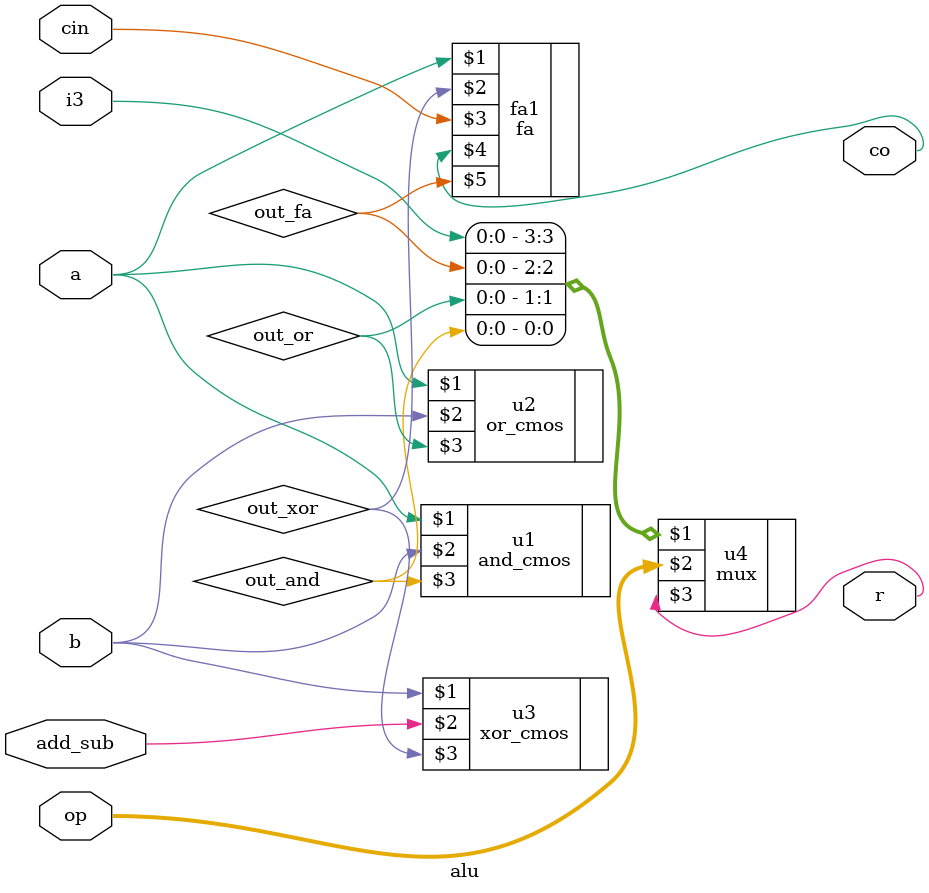
<source format=v>
module alu( 
    input a,
    input b,
    input i3,               // SLT
    input add_sub,          // ADD (0) | SUB (1)
    input cin,
    input [1:0] op,         // Operation
    output co,              // Carry out
    output r                // Result
);

wire out_and, out_or, out_xor, out_fa;

// Operations :      
and_cmos u1(a , b , out_and);    // AND
or_cmos u2(a , b , out_or);      // OR
xor_cmos u3(b , add_sub , out_xor);
fa  fa1(a, out_xor, cin, co, out_fa); // ADD | SUB based on cin

// MUX - Concatenate i3 with the 3-bit i bus
mux u4({i3,out_fa,out_or,out_and}, op, r);

endmodule

</source>
